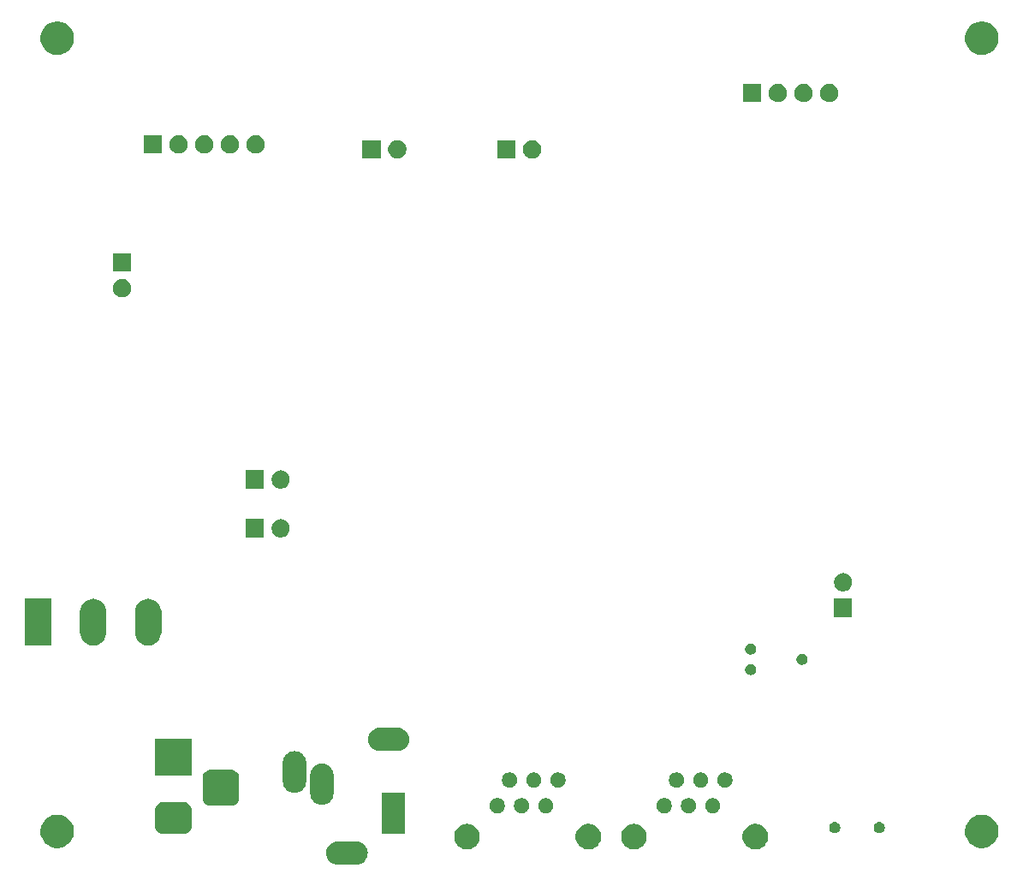
<source format=gbr>
G04 #@! TF.GenerationSoftware,KiCad,Pcbnew,(5.1.5-0-10_14)*
G04 #@! TF.CreationDate,2020-01-08T06:54:43+01:00*
G04 #@! TF.ProjectId,Bertha_main,42657274-6861-45f6-9d61-696e2e6b6963,rev?*
G04 #@! TF.SameCoordinates,Original*
G04 #@! TF.FileFunction,Soldermask,Bot*
G04 #@! TF.FilePolarity,Negative*
%FSLAX46Y46*%
G04 Gerber Fmt 4.6, Leading zero omitted, Abs format (unit mm)*
G04 Created by KiCad (PCBNEW (5.1.5-0-10_14)) date 2020-01-08 06:54:43*
%MOMM*%
%LPD*%
G04 APERTURE LIST*
%ADD10C,0.100000*%
G04 APERTURE END LIST*
D10*
G36*
X122961271Y-143476103D02*
G01*
X123017635Y-143481654D01*
X123234600Y-143547470D01*
X123234602Y-143547471D01*
X123434555Y-143654347D01*
X123609818Y-143798182D01*
X123753653Y-143973445D01*
X123860529Y-144173398D01*
X123926346Y-144390366D01*
X123948569Y-144616000D01*
X123926346Y-144841634D01*
X123860529Y-145058602D01*
X123753653Y-145258555D01*
X123609818Y-145433818D01*
X123434555Y-145577653D01*
X123234602Y-145684529D01*
X123234600Y-145684530D01*
X123017635Y-145750346D01*
X122961271Y-145755897D01*
X122848545Y-145767000D01*
X120935455Y-145767000D01*
X120822729Y-145755897D01*
X120766365Y-145750346D01*
X120549400Y-145684530D01*
X120549398Y-145684529D01*
X120349445Y-145577653D01*
X120174182Y-145433818D01*
X120030347Y-145258555D01*
X119923471Y-145058602D01*
X119857654Y-144841634D01*
X119835431Y-144616000D01*
X119857654Y-144390366D01*
X119923471Y-144173398D01*
X120030347Y-143973445D01*
X120174182Y-143798182D01*
X120349445Y-143654347D01*
X120549398Y-143547471D01*
X120549400Y-143547470D01*
X120766365Y-143481654D01*
X120822729Y-143476103D01*
X120935455Y-143465000D01*
X122848545Y-143465000D01*
X122961271Y-143476103D01*
G37*
G36*
X162503326Y-141780663D02*
G01*
X162624799Y-141804825D01*
X162853650Y-141899618D01*
X163059610Y-142037236D01*
X163234764Y-142212390D01*
X163372382Y-142418350D01*
X163467175Y-142647201D01*
X163515500Y-142890147D01*
X163515500Y-143137853D01*
X163467175Y-143380799D01*
X163372382Y-143609650D01*
X163234764Y-143815610D01*
X163059610Y-143990764D01*
X162853650Y-144128382D01*
X162624799Y-144223175D01*
X162503326Y-144247338D01*
X162381854Y-144271500D01*
X162134146Y-144271500D01*
X162012674Y-144247338D01*
X161891201Y-144223175D01*
X161662350Y-144128382D01*
X161456390Y-143990764D01*
X161281236Y-143815610D01*
X161143618Y-143609650D01*
X161048825Y-143380799D01*
X161000500Y-143137853D01*
X161000500Y-142890147D01*
X161048825Y-142647201D01*
X161143618Y-142418350D01*
X161281236Y-142212390D01*
X161456390Y-142037236D01*
X161662350Y-141899618D01*
X161891201Y-141804825D01*
X162012674Y-141780663D01*
X162134146Y-141756500D01*
X162381854Y-141756500D01*
X162503326Y-141780663D01*
G37*
G36*
X150503328Y-141780663D02*
G01*
X150624801Y-141804825D01*
X150853652Y-141899618D01*
X151059612Y-142037236D01*
X151234766Y-142212390D01*
X151372384Y-142418350D01*
X151467177Y-142647201D01*
X151515502Y-142890147D01*
X151515502Y-143137853D01*
X151467177Y-143380799D01*
X151372384Y-143609650D01*
X151234766Y-143815610D01*
X151059612Y-143990764D01*
X150853652Y-144128382D01*
X150624801Y-144223175D01*
X150503328Y-144247338D01*
X150381856Y-144271500D01*
X150134148Y-144271500D01*
X150012676Y-144247338D01*
X149891203Y-144223175D01*
X149662352Y-144128382D01*
X149456392Y-143990764D01*
X149281238Y-143815610D01*
X149143620Y-143609650D01*
X149048827Y-143380799D01*
X149000502Y-143137853D01*
X149000502Y-142890147D01*
X149048827Y-142647201D01*
X149143620Y-142418350D01*
X149281238Y-142212390D01*
X149456392Y-142037236D01*
X149662352Y-141899618D01*
X149891203Y-141804825D01*
X150012676Y-141780663D01*
X150134148Y-141756500D01*
X150381856Y-141756500D01*
X150503328Y-141780663D01*
G37*
G36*
X145993326Y-141780663D02*
G01*
X146114799Y-141804825D01*
X146343650Y-141899618D01*
X146549610Y-142037236D01*
X146724764Y-142212390D01*
X146862382Y-142418350D01*
X146957175Y-142647201D01*
X147005500Y-142890147D01*
X147005500Y-143137853D01*
X146957175Y-143380799D01*
X146862382Y-143609650D01*
X146724764Y-143815610D01*
X146549610Y-143990764D01*
X146343650Y-144128382D01*
X146114799Y-144223175D01*
X145993326Y-144247338D01*
X145871854Y-144271500D01*
X145624146Y-144271500D01*
X145502674Y-144247338D01*
X145381201Y-144223175D01*
X145152350Y-144128382D01*
X144946390Y-143990764D01*
X144771236Y-143815610D01*
X144633618Y-143609650D01*
X144538825Y-143380799D01*
X144490500Y-143137853D01*
X144490500Y-142890147D01*
X144538825Y-142647201D01*
X144633618Y-142418350D01*
X144771236Y-142212390D01*
X144946390Y-142037236D01*
X145152350Y-141899618D01*
X145381201Y-141804825D01*
X145502674Y-141780663D01*
X145624146Y-141756500D01*
X145871854Y-141756500D01*
X145993326Y-141780663D01*
G37*
G36*
X133993328Y-141780663D02*
G01*
X134114801Y-141804825D01*
X134343652Y-141899618D01*
X134549612Y-142037236D01*
X134724766Y-142212390D01*
X134862384Y-142418350D01*
X134957177Y-142647201D01*
X135005502Y-142890147D01*
X135005502Y-143137853D01*
X134957177Y-143380799D01*
X134862384Y-143609650D01*
X134724766Y-143815610D01*
X134549612Y-143990764D01*
X134343652Y-144128382D01*
X134114801Y-144223175D01*
X133993328Y-144247338D01*
X133871856Y-144271500D01*
X133624148Y-144271500D01*
X133502676Y-144247338D01*
X133381203Y-144223175D01*
X133152352Y-144128382D01*
X132946392Y-143990764D01*
X132771238Y-143815610D01*
X132633620Y-143609650D01*
X132538827Y-143380799D01*
X132490502Y-143137853D01*
X132490502Y-142890147D01*
X132538827Y-142647201D01*
X132633620Y-142418350D01*
X132771238Y-142212390D01*
X132946392Y-142037236D01*
X133152352Y-141899618D01*
X133381203Y-141804825D01*
X133502676Y-141780663D01*
X133624148Y-141756500D01*
X133871856Y-141756500D01*
X133993328Y-141780663D01*
G37*
G36*
X185033256Y-140885298D02*
G01*
X185139579Y-140906447D01*
X185440042Y-141030903D01*
X185710451Y-141211585D01*
X185940415Y-141441549D01*
X186121097Y-141711958D01*
X186245553Y-142012421D01*
X186265120Y-142110793D01*
X186309000Y-142331389D01*
X186309000Y-142656611D01*
X186296371Y-142720099D01*
X186245553Y-142975579D01*
X186121097Y-143276042D01*
X185940415Y-143546451D01*
X185710451Y-143776415D01*
X185440042Y-143957097D01*
X185440041Y-143957098D01*
X185440040Y-143957098D01*
X185358763Y-143990764D01*
X185139579Y-144081553D01*
X185033256Y-144102702D01*
X184820611Y-144145000D01*
X184495389Y-144145000D01*
X184282744Y-144102702D01*
X184176421Y-144081553D01*
X183957237Y-143990764D01*
X183875960Y-143957098D01*
X183875959Y-143957098D01*
X183875958Y-143957097D01*
X183605549Y-143776415D01*
X183375585Y-143546451D01*
X183194903Y-143276042D01*
X183070447Y-142975579D01*
X183019629Y-142720099D01*
X183007000Y-142656611D01*
X183007000Y-142331389D01*
X183050880Y-142110793D01*
X183070447Y-142012421D01*
X183194903Y-141711958D01*
X183375585Y-141441549D01*
X183605549Y-141211585D01*
X183875958Y-141030903D01*
X184176421Y-140906447D01*
X184282744Y-140885298D01*
X184495389Y-140843000D01*
X184820611Y-140843000D01*
X185033256Y-140885298D01*
G37*
G36*
X93593256Y-140885298D02*
G01*
X93699579Y-140906447D01*
X94000042Y-141030903D01*
X94270451Y-141211585D01*
X94500415Y-141441549D01*
X94681097Y-141711958D01*
X94805553Y-142012421D01*
X94825120Y-142110793D01*
X94869000Y-142331389D01*
X94869000Y-142656611D01*
X94856371Y-142720099D01*
X94805553Y-142975579D01*
X94681097Y-143276042D01*
X94500415Y-143546451D01*
X94270451Y-143776415D01*
X94000042Y-143957097D01*
X94000041Y-143957098D01*
X94000040Y-143957098D01*
X93918763Y-143990764D01*
X93699579Y-144081553D01*
X93593256Y-144102702D01*
X93380611Y-144145000D01*
X93055389Y-144145000D01*
X92842744Y-144102702D01*
X92736421Y-144081553D01*
X92517237Y-143990764D01*
X92435960Y-143957098D01*
X92435959Y-143957098D01*
X92435958Y-143957097D01*
X92165549Y-143776415D01*
X91935585Y-143546451D01*
X91754903Y-143276042D01*
X91630447Y-142975579D01*
X91579629Y-142720099D01*
X91567000Y-142656611D01*
X91567000Y-142331389D01*
X91610880Y-142110793D01*
X91630447Y-142012421D01*
X91754903Y-141711958D01*
X91935585Y-141441549D01*
X92165549Y-141211585D01*
X92435958Y-141030903D01*
X92736421Y-140906447D01*
X92842744Y-140885298D01*
X93055389Y-140843000D01*
X93380611Y-140843000D01*
X93593256Y-140885298D01*
G37*
G36*
X127643000Y-142767000D02*
G01*
X125341000Y-142767000D01*
X125341000Y-138665000D01*
X127643000Y-138665000D01*
X127643000Y-142767000D01*
G37*
G36*
X105932979Y-139647293D02*
G01*
X106066625Y-139687834D01*
X106189784Y-139753664D01*
X106297740Y-139842260D01*
X106386336Y-139950216D01*
X106452166Y-140073375D01*
X106492707Y-140207021D01*
X106507000Y-140352140D01*
X106507000Y-142015860D01*
X106492707Y-142160979D01*
X106452166Y-142294625D01*
X106386336Y-142417784D01*
X106297740Y-142525740D01*
X106189784Y-142614336D01*
X106066625Y-142680166D01*
X105932979Y-142720707D01*
X105787860Y-142735000D01*
X103624140Y-142735000D01*
X103479021Y-142720707D01*
X103345375Y-142680166D01*
X103222216Y-142614336D01*
X103114260Y-142525740D01*
X103025664Y-142417784D01*
X102959834Y-142294625D01*
X102919293Y-142160979D01*
X102905000Y-142015860D01*
X102905000Y-140352140D01*
X102919293Y-140207021D01*
X102959834Y-140073375D01*
X103025664Y-139950216D01*
X103114260Y-139842260D01*
X103222216Y-139753664D01*
X103345375Y-139687834D01*
X103479021Y-139647293D01*
X103624140Y-139633000D01*
X105787860Y-139633000D01*
X105932979Y-139647293D01*
G37*
G36*
X170278721Y-141584174D02*
G01*
X170378995Y-141625709D01*
X170378996Y-141625710D01*
X170469242Y-141686010D01*
X170545990Y-141762758D01*
X170545991Y-141762760D01*
X170606291Y-141853005D01*
X170647826Y-141953279D01*
X170669000Y-142059730D01*
X170669000Y-142168270D01*
X170647826Y-142274721D01*
X170606291Y-142374995D01*
X170606290Y-142374996D01*
X170545990Y-142465242D01*
X170469242Y-142541990D01*
X170423812Y-142572345D01*
X170378995Y-142602291D01*
X170278721Y-142643826D01*
X170172270Y-142665000D01*
X170063730Y-142665000D01*
X169957279Y-142643826D01*
X169857005Y-142602291D01*
X169812188Y-142572345D01*
X169766758Y-142541990D01*
X169690010Y-142465242D01*
X169629710Y-142374996D01*
X169629709Y-142374995D01*
X169588174Y-142274721D01*
X169567000Y-142168270D01*
X169567000Y-142059730D01*
X169588174Y-141953279D01*
X169629709Y-141853005D01*
X169690009Y-141762760D01*
X169690010Y-141762758D01*
X169766758Y-141686010D01*
X169857004Y-141625710D01*
X169857005Y-141625709D01*
X169957279Y-141584174D01*
X170063730Y-141563000D01*
X170172270Y-141563000D01*
X170278721Y-141584174D01*
G37*
G36*
X174678721Y-141584174D02*
G01*
X174778995Y-141625709D01*
X174778996Y-141625710D01*
X174869242Y-141686010D01*
X174945990Y-141762758D01*
X174945991Y-141762760D01*
X175006291Y-141853005D01*
X175047826Y-141953279D01*
X175069000Y-142059730D01*
X175069000Y-142168270D01*
X175047826Y-142274721D01*
X175006291Y-142374995D01*
X175006290Y-142374996D01*
X174945990Y-142465242D01*
X174869242Y-142541990D01*
X174823812Y-142572345D01*
X174778995Y-142602291D01*
X174678721Y-142643826D01*
X174572270Y-142665000D01*
X174463730Y-142665000D01*
X174357279Y-142643826D01*
X174257005Y-142602291D01*
X174212188Y-142572345D01*
X174166758Y-142541990D01*
X174090010Y-142465242D01*
X174029710Y-142374996D01*
X174029709Y-142374995D01*
X173988174Y-142274721D01*
X173967000Y-142168270D01*
X173967000Y-142059730D01*
X173988174Y-141953279D01*
X174029709Y-141853005D01*
X174090009Y-141762760D01*
X174090010Y-141762758D01*
X174166758Y-141686010D01*
X174257004Y-141625710D01*
X174257005Y-141625709D01*
X174357279Y-141584174D01*
X174463730Y-141563000D01*
X174572270Y-141563000D01*
X174678721Y-141584174D01*
G37*
G36*
X155752425Y-139208599D02*
G01*
X155876621Y-139233302D01*
X156013022Y-139289801D01*
X156135779Y-139371825D01*
X156240175Y-139476221D01*
X156322199Y-139598978D01*
X156378698Y-139735379D01*
X156407500Y-139880181D01*
X156407500Y-140027819D01*
X156378698Y-140172621D01*
X156322199Y-140309022D01*
X156240175Y-140431779D01*
X156135779Y-140536175D01*
X156013022Y-140618199D01*
X155876621Y-140674698D01*
X155752425Y-140699401D01*
X155731820Y-140703500D01*
X155584180Y-140703500D01*
X155563575Y-140699401D01*
X155439379Y-140674698D01*
X155302978Y-140618199D01*
X155180221Y-140536175D01*
X155075825Y-140431779D01*
X154993801Y-140309022D01*
X154937302Y-140172621D01*
X154908500Y-140027819D01*
X154908500Y-139880181D01*
X154937302Y-139735379D01*
X154993801Y-139598978D01*
X155075825Y-139476221D01*
X155180221Y-139371825D01*
X155302978Y-139289801D01*
X155439379Y-139233302D01*
X155563575Y-139208599D01*
X155584180Y-139204500D01*
X155731820Y-139204500D01*
X155752425Y-139208599D01*
G37*
G36*
X158152425Y-139208599D02*
G01*
X158276621Y-139233302D01*
X158413022Y-139289801D01*
X158535779Y-139371825D01*
X158640175Y-139476221D01*
X158722199Y-139598978D01*
X158778698Y-139735379D01*
X158807500Y-139880181D01*
X158807500Y-140027819D01*
X158778698Y-140172621D01*
X158722199Y-140309022D01*
X158640175Y-140431779D01*
X158535779Y-140536175D01*
X158413022Y-140618199D01*
X158276621Y-140674698D01*
X158152425Y-140699401D01*
X158131820Y-140703500D01*
X157984180Y-140703500D01*
X157963575Y-140699401D01*
X157839379Y-140674698D01*
X157702978Y-140618199D01*
X157580221Y-140536175D01*
X157475825Y-140431779D01*
X157393801Y-140309022D01*
X157337302Y-140172621D01*
X157308500Y-140027819D01*
X157308500Y-139880181D01*
X157337302Y-139735379D01*
X157393801Y-139598978D01*
X157475825Y-139476221D01*
X157580221Y-139371825D01*
X157702978Y-139289801D01*
X157839379Y-139233302D01*
X157963575Y-139208599D01*
X157984180Y-139204500D01*
X158131820Y-139204500D01*
X158152425Y-139208599D01*
G37*
G36*
X141642425Y-139208599D02*
G01*
X141766621Y-139233302D01*
X141903022Y-139289801D01*
X142025779Y-139371825D01*
X142130175Y-139476221D01*
X142212199Y-139598978D01*
X142268698Y-139735379D01*
X142297500Y-139880181D01*
X142297500Y-140027819D01*
X142268698Y-140172621D01*
X142212199Y-140309022D01*
X142130175Y-140431779D01*
X142025779Y-140536175D01*
X141903022Y-140618199D01*
X141766621Y-140674698D01*
X141642425Y-140699401D01*
X141621820Y-140703500D01*
X141474180Y-140703500D01*
X141453575Y-140699401D01*
X141329379Y-140674698D01*
X141192978Y-140618199D01*
X141070221Y-140536175D01*
X140965825Y-140431779D01*
X140883801Y-140309022D01*
X140827302Y-140172621D01*
X140798500Y-140027819D01*
X140798500Y-139880181D01*
X140827302Y-139735379D01*
X140883801Y-139598978D01*
X140965825Y-139476221D01*
X141070221Y-139371825D01*
X141192978Y-139289801D01*
X141329379Y-139233302D01*
X141453575Y-139208599D01*
X141474180Y-139204500D01*
X141621820Y-139204500D01*
X141642425Y-139208599D01*
G37*
G36*
X139242425Y-139208599D02*
G01*
X139366621Y-139233302D01*
X139503022Y-139289801D01*
X139625779Y-139371825D01*
X139730175Y-139476221D01*
X139812199Y-139598978D01*
X139868698Y-139735379D01*
X139897500Y-139880181D01*
X139897500Y-140027819D01*
X139868698Y-140172621D01*
X139812199Y-140309022D01*
X139730175Y-140431779D01*
X139625779Y-140536175D01*
X139503022Y-140618199D01*
X139366621Y-140674698D01*
X139242425Y-140699401D01*
X139221820Y-140703500D01*
X139074180Y-140703500D01*
X139053575Y-140699401D01*
X138929379Y-140674698D01*
X138792978Y-140618199D01*
X138670221Y-140536175D01*
X138565825Y-140431779D01*
X138483801Y-140309022D01*
X138427302Y-140172621D01*
X138398500Y-140027819D01*
X138398500Y-139880181D01*
X138427302Y-139735379D01*
X138483801Y-139598978D01*
X138565825Y-139476221D01*
X138670221Y-139371825D01*
X138792978Y-139289801D01*
X138929379Y-139233302D01*
X139053575Y-139208599D01*
X139074180Y-139204500D01*
X139221820Y-139204500D01*
X139242425Y-139208599D01*
G37*
G36*
X136842424Y-139208599D02*
G01*
X136966620Y-139233302D01*
X137103021Y-139289801D01*
X137225778Y-139371825D01*
X137330174Y-139476221D01*
X137412198Y-139598978D01*
X137468697Y-139735379D01*
X137497499Y-139880181D01*
X137497499Y-140027819D01*
X137468697Y-140172621D01*
X137412198Y-140309022D01*
X137330174Y-140431779D01*
X137225778Y-140536175D01*
X137103021Y-140618199D01*
X136966620Y-140674698D01*
X136842424Y-140699401D01*
X136821819Y-140703500D01*
X136674179Y-140703500D01*
X136653574Y-140699401D01*
X136529378Y-140674698D01*
X136392977Y-140618199D01*
X136270220Y-140536175D01*
X136165824Y-140431779D01*
X136083800Y-140309022D01*
X136027301Y-140172621D01*
X135998499Y-140027819D01*
X135998499Y-139880181D01*
X136027301Y-139735379D01*
X136083800Y-139598978D01*
X136165824Y-139476221D01*
X136270220Y-139371825D01*
X136392977Y-139289801D01*
X136529378Y-139233302D01*
X136653574Y-139208599D01*
X136674179Y-139204500D01*
X136821819Y-139204500D01*
X136842424Y-139208599D01*
G37*
G36*
X153352424Y-139208599D02*
G01*
X153476620Y-139233302D01*
X153613021Y-139289801D01*
X153735778Y-139371825D01*
X153840174Y-139476221D01*
X153922198Y-139598978D01*
X153978697Y-139735379D01*
X154007499Y-139880181D01*
X154007499Y-140027819D01*
X153978697Y-140172621D01*
X153922198Y-140309022D01*
X153840174Y-140431779D01*
X153735778Y-140536175D01*
X153613021Y-140618199D01*
X153476620Y-140674698D01*
X153352424Y-140699401D01*
X153331819Y-140703500D01*
X153184179Y-140703500D01*
X153163574Y-140699401D01*
X153039378Y-140674698D01*
X152902977Y-140618199D01*
X152780220Y-140536175D01*
X152675824Y-140431779D01*
X152593800Y-140309022D01*
X152537301Y-140172621D01*
X152508499Y-140027819D01*
X152508499Y-139880181D01*
X152537301Y-139735379D01*
X152593800Y-139598978D01*
X152675824Y-139476221D01*
X152780220Y-139371825D01*
X152902977Y-139289801D01*
X153039378Y-139233302D01*
X153163574Y-139208599D01*
X153184179Y-139204500D01*
X153331819Y-139204500D01*
X153352424Y-139208599D01*
G37*
G36*
X110532366Y-136399695D02*
G01*
X110689460Y-136447349D01*
X110834231Y-136524731D01*
X110961128Y-136628872D01*
X111065269Y-136755769D01*
X111142651Y-136900540D01*
X111190305Y-137057634D01*
X111207000Y-137227140D01*
X111207000Y-139140860D01*
X111190305Y-139310366D01*
X111142651Y-139467460D01*
X111065269Y-139612231D01*
X110961128Y-139739128D01*
X110834231Y-139843269D01*
X110689460Y-139920651D01*
X110532366Y-139968305D01*
X110362860Y-139985000D01*
X108449140Y-139985000D01*
X108279634Y-139968305D01*
X108122540Y-139920651D01*
X107977769Y-139843269D01*
X107850872Y-139739128D01*
X107746731Y-139612231D01*
X107669349Y-139467460D01*
X107621695Y-139310366D01*
X107605000Y-139140860D01*
X107605000Y-137227140D01*
X107621695Y-137057634D01*
X107669349Y-136900540D01*
X107746731Y-136755769D01*
X107850872Y-136628872D01*
X107977769Y-136524731D01*
X108122540Y-136447349D01*
X108279634Y-136399695D01*
X108449140Y-136383000D01*
X110362860Y-136383000D01*
X110532366Y-136399695D01*
G37*
G36*
X119617634Y-135781654D02*
G01*
X119834599Y-135847470D01*
X119834601Y-135847471D01*
X120034553Y-135954347D01*
X120034555Y-135954348D01*
X120034554Y-135954348D01*
X120209818Y-136098182D01*
X120274652Y-136177183D01*
X120353653Y-136273445D01*
X120460529Y-136473398D01*
X120526346Y-136690366D01*
X120543000Y-136859455D01*
X120543000Y-138772545D01*
X120526346Y-138941634D01*
X120460529Y-139158602D01*
X120353653Y-139358555D01*
X120209818Y-139533818D01*
X120034555Y-139677653D01*
X119873580Y-139763695D01*
X119834600Y-139784530D01*
X119617635Y-139850346D01*
X119392000Y-139872569D01*
X119166366Y-139850346D01*
X118949401Y-139784530D01*
X118910421Y-139763695D01*
X118749446Y-139677653D01*
X118574183Y-139533818D01*
X118430348Y-139358555D01*
X118323472Y-139158602D01*
X118257655Y-138941634D01*
X118241000Y-138772544D01*
X118241000Y-136859456D01*
X118257654Y-136690367D01*
X118257654Y-136690366D01*
X118323470Y-136473401D01*
X118337395Y-136447349D01*
X118430347Y-136273447D01*
X118452219Y-136246796D01*
X118574182Y-136098182D01*
X118653183Y-136033348D01*
X118749445Y-135954347D01*
X118949398Y-135847471D01*
X118949400Y-135847470D01*
X119166365Y-135781654D01*
X119392000Y-135759431D01*
X119617634Y-135781654D01*
G37*
G36*
X116917634Y-134581654D02*
G01*
X117134599Y-134647470D01*
X117134601Y-134647471D01*
X117334553Y-134754347D01*
X117334555Y-134754348D01*
X117334554Y-134754348D01*
X117509818Y-134898182D01*
X117574652Y-134977183D01*
X117653653Y-135073445D01*
X117760529Y-135273398D01*
X117826346Y-135490366D01*
X117843000Y-135659455D01*
X117843000Y-137572545D01*
X117826346Y-137741634D01*
X117760529Y-137958602D01*
X117653653Y-138158555D01*
X117509818Y-138333818D01*
X117334555Y-138477653D01*
X117134602Y-138584529D01*
X117134600Y-138584530D01*
X116917635Y-138650346D01*
X116692000Y-138672569D01*
X116466366Y-138650346D01*
X116249401Y-138584530D01*
X116249399Y-138584529D01*
X116049446Y-138477653D01*
X115874183Y-138333818D01*
X115730348Y-138158555D01*
X115623472Y-137958602D01*
X115557655Y-137741634D01*
X115541000Y-137572544D01*
X115541000Y-135659456D01*
X115557654Y-135490367D01*
X115557654Y-135490366D01*
X115623470Y-135273401D01*
X115730348Y-135073446D01*
X115874182Y-134898182D01*
X115953183Y-134833348D01*
X116049445Y-134754347D01*
X116249398Y-134647471D01*
X116249400Y-134647470D01*
X116466365Y-134581654D01*
X116692000Y-134559431D01*
X116917634Y-134581654D01*
G37*
G36*
X156952425Y-136668599D02*
G01*
X157076621Y-136693302D01*
X157213022Y-136749801D01*
X157335779Y-136831825D01*
X157440175Y-136936221D01*
X157522199Y-137058978D01*
X157578698Y-137195379D01*
X157607500Y-137340181D01*
X157607500Y-137487819D01*
X157578698Y-137632621D01*
X157522199Y-137769022D01*
X157440175Y-137891779D01*
X157335779Y-137996175D01*
X157213022Y-138078199D01*
X157076621Y-138134698D01*
X156956680Y-138158555D01*
X156931820Y-138163500D01*
X156784180Y-138163500D01*
X156759320Y-138158555D01*
X156639379Y-138134698D01*
X156502978Y-138078199D01*
X156380221Y-137996175D01*
X156275825Y-137891779D01*
X156193801Y-137769022D01*
X156137302Y-137632621D01*
X156108500Y-137487819D01*
X156108500Y-137340181D01*
X156137302Y-137195379D01*
X156193801Y-137058978D01*
X156275825Y-136936221D01*
X156380221Y-136831825D01*
X156502978Y-136749801D01*
X156639379Y-136693302D01*
X156763575Y-136668599D01*
X156784180Y-136664500D01*
X156931820Y-136664500D01*
X156952425Y-136668599D01*
G37*
G36*
X159352425Y-136668599D02*
G01*
X159476621Y-136693302D01*
X159613022Y-136749801D01*
X159735779Y-136831825D01*
X159840175Y-136936221D01*
X159922199Y-137058978D01*
X159978698Y-137195379D01*
X160007500Y-137340181D01*
X160007500Y-137487819D01*
X159978698Y-137632621D01*
X159922199Y-137769022D01*
X159840175Y-137891779D01*
X159735779Y-137996175D01*
X159613022Y-138078199D01*
X159476621Y-138134698D01*
X159356680Y-138158555D01*
X159331820Y-138163500D01*
X159184180Y-138163500D01*
X159159320Y-138158555D01*
X159039379Y-138134698D01*
X158902978Y-138078199D01*
X158780221Y-137996175D01*
X158675825Y-137891779D01*
X158593801Y-137769022D01*
X158537302Y-137632621D01*
X158508500Y-137487819D01*
X158508500Y-137340181D01*
X158537302Y-137195379D01*
X158593801Y-137058978D01*
X158675825Y-136936221D01*
X158780221Y-136831825D01*
X158902978Y-136749801D01*
X159039379Y-136693302D01*
X159163575Y-136668599D01*
X159184180Y-136664500D01*
X159331820Y-136664500D01*
X159352425Y-136668599D01*
G37*
G36*
X154552424Y-136668599D02*
G01*
X154676620Y-136693302D01*
X154813021Y-136749801D01*
X154935778Y-136831825D01*
X155040174Y-136936221D01*
X155122198Y-137058978D01*
X155178697Y-137195379D01*
X155207499Y-137340181D01*
X155207499Y-137487819D01*
X155178697Y-137632621D01*
X155122198Y-137769022D01*
X155040174Y-137891779D01*
X154935778Y-137996175D01*
X154813021Y-138078199D01*
X154676620Y-138134698D01*
X154556679Y-138158555D01*
X154531819Y-138163500D01*
X154384179Y-138163500D01*
X154359319Y-138158555D01*
X154239378Y-138134698D01*
X154102977Y-138078199D01*
X153980220Y-137996175D01*
X153875824Y-137891779D01*
X153793800Y-137769022D01*
X153737301Y-137632621D01*
X153708499Y-137487819D01*
X153708499Y-137340181D01*
X153737301Y-137195379D01*
X153793800Y-137058978D01*
X153875824Y-136936221D01*
X153980220Y-136831825D01*
X154102977Y-136749801D01*
X154239378Y-136693302D01*
X154363574Y-136668599D01*
X154384179Y-136664500D01*
X154531819Y-136664500D01*
X154552424Y-136668599D01*
G37*
G36*
X138042424Y-136668599D02*
G01*
X138166620Y-136693302D01*
X138303021Y-136749801D01*
X138425778Y-136831825D01*
X138530174Y-136936221D01*
X138612198Y-137058978D01*
X138668697Y-137195379D01*
X138697499Y-137340181D01*
X138697499Y-137487819D01*
X138668697Y-137632621D01*
X138612198Y-137769022D01*
X138530174Y-137891779D01*
X138425778Y-137996175D01*
X138303021Y-138078199D01*
X138166620Y-138134698D01*
X138046679Y-138158555D01*
X138021819Y-138163500D01*
X137874179Y-138163500D01*
X137849319Y-138158555D01*
X137729378Y-138134698D01*
X137592977Y-138078199D01*
X137470220Y-137996175D01*
X137365824Y-137891779D01*
X137283800Y-137769022D01*
X137227301Y-137632621D01*
X137198499Y-137487819D01*
X137198499Y-137340181D01*
X137227301Y-137195379D01*
X137283800Y-137058978D01*
X137365824Y-136936221D01*
X137470220Y-136831825D01*
X137592977Y-136749801D01*
X137729378Y-136693302D01*
X137853574Y-136668599D01*
X137874179Y-136664500D01*
X138021819Y-136664500D01*
X138042424Y-136668599D01*
G37*
G36*
X140442425Y-136668599D02*
G01*
X140566621Y-136693302D01*
X140703022Y-136749801D01*
X140825779Y-136831825D01*
X140930175Y-136936221D01*
X141012199Y-137058978D01*
X141068698Y-137195379D01*
X141097500Y-137340181D01*
X141097500Y-137487819D01*
X141068698Y-137632621D01*
X141012199Y-137769022D01*
X140930175Y-137891779D01*
X140825779Y-137996175D01*
X140703022Y-138078199D01*
X140566621Y-138134698D01*
X140446680Y-138158555D01*
X140421820Y-138163500D01*
X140274180Y-138163500D01*
X140249320Y-138158555D01*
X140129379Y-138134698D01*
X139992978Y-138078199D01*
X139870221Y-137996175D01*
X139765825Y-137891779D01*
X139683801Y-137769022D01*
X139627302Y-137632621D01*
X139598500Y-137487819D01*
X139598500Y-137340181D01*
X139627302Y-137195379D01*
X139683801Y-137058978D01*
X139765825Y-136936221D01*
X139870221Y-136831825D01*
X139992978Y-136749801D01*
X140129379Y-136693302D01*
X140253575Y-136668599D01*
X140274180Y-136664500D01*
X140421820Y-136664500D01*
X140442425Y-136668599D01*
G37*
G36*
X142842425Y-136668599D02*
G01*
X142966621Y-136693302D01*
X143103022Y-136749801D01*
X143225779Y-136831825D01*
X143330175Y-136936221D01*
X143412199Y-137058978D01*
X143468698Y-137195379D01*
X143497500Y-137340181D01*
X143497500Y-137487819D01*
X143468698Y-137632621D01*
X143412199Y-137769022D01*
X143330175Y-137891779D01*
X143225779Y-137996175D01*
X143103022Y-138078199D01*
X142966621Y-138134698D01*
X142846680Y-138158555D01*
X142821820Y-138163500D01*
X142674180Y-138163500D01*
X142649320Y-138158555D01*
X142529379Y-138134698D01*
X142392978Y-138078199D01*
X142270221Y-137996175D01*
X142165825Y-137891779D01*
X142083801Y-137769022D01*
X142027302Y-137632621D01*
X141998500Y-137487819D01*
X141998500Y-137340181D01*
X142027302Y-137195379D01*
X142083801Y-137058978D01*
X142165825Y-136936221D01*
X142270221Y-136831825D01*
X142392978Y-136749801D01*
X142529379Y-136693302D01*
X142653575Y-136668599D01*
X142674180Y-136664500D01*
X142821820Y-136664500D01*
X142842425Y-136668599D01*
G37*
G36*
X106507000Y-136985000D02*
G01*
X102905000Y-136985000D01*
X102905000Y-133383000D01*
X106507000Y-133383000D01*
X106507000Y-136985000D01*
G37*
G36*
X127061271Y-132276103D02*
G01*
X127117635Y-132281654D01*
X127334600Y-132347470D01*
X127334602Y-132347471D01*
X127534555Y-132454347D01*
X127709818Y-132598182D01*
X127853653Y-132773445D01*
X127960529Y-132973398D01*
X128026346Y-133190366D01*
X128048569Y-133416000D01*
X128026346Y-133641634D01*
X127960529Y-133858602D01*
X127853653Y-134058555D01*
X127709818Y-134233818D01*
X127534555Y-134377653D01*
X127334602Y-134484529D01*
X127334600Y-134484530D01*
X127117635Y-134550346D01*
X127061271Y-134555897D01*
X126948545Y-134567000D01*
X125035455Y-134567000D01*
X124922729Y-134555897D01*
X124866365Y-134550346D01*
X124649400Y-134484530D01*
X124649398Y-134484529D01*
X124449445Y-134377653D01*
X124274182Y-134233818D01*
X124130347Y-134058555D01*
X124023471Y-133858602D01*
X123957654Y-133641634D01*
X123935431Y-133416000D01*
X123957654Y-133190366D01*
X124023471Y-132973398D01*
X124130347Y-132773445D01*
X124274182Y-132598182D01*
X124449445Y-132454347D01*
X124649398Y-132347471D01*
X124649400Y-132347470D01*
X124866365Y-132281654D01*
X124922729Y-132276103D01*
X125035455Y-132265000D01*
X126948545Y-132265000D01*
X127061271Y-132276103D01*
G37*
G36*
X161904578Y-125956197D02*
G01*
X161957350Y-125966694D01*
X162056770Y-126007875D01*
X162146246Y-126067661D01*
X162222339Y-126143754D01*
X162282125Y-126233230D01*
X162323306Y-126332650D01*
X162344300Y-126438194D01*
X162344300Y-126545806D01*
X162323306Y-126651350D01*
X162282125Y-126750770D01*
X162222339Y-126840246D01*
X162146246Y-126916339D01*
X162056770Y-126976125D01*
X161957350Y-127017306D01*
X161904578Y-127027803D01*
X161851807Y-127038300D01*
X161744193Y-127038300D01*
X161691422Y-127027803D01*
X161638650Y-127017306D01*
X161539230Y-126976125D01*
X161449754Y-126916339D01*
X161373661Y-126840246D01*
X161313875Y-126750770D01*
X161272694Y-126651350D01*
X161251700Y-126545806D01*
X161251700Y-126438194D01*
X161272694Y-126332650D01*
X161313875Y-126233230D01*
X161373661Y-126143754D01*
X161449754Y-126067661D01*
X161539230Y-126007875D01*
X161638650Y-125966694D01*
X161691422Y-125956197D01*
X161744193Y-125945700D01*
X161851807Y-125945700D01*
X161904578Y-125956197D01*
G37*
G36*
X166984578Y-124940197D02*
G01*
X167037350Y-124950694D01*
X167136770Y-124991875D01*
X167226246Y-125051661D01*
X167302339Y-125127754D01*
X167362125Y-125217230D01*
X167403306Y-125316650D01*
X167424300Y-125422194D01*
X167424300Y-125529806D01*
X167403306Y-125635350D01*
X167362125Y-125734770D01*
X167302339Y-125824246D01*
X167226246Y-125900339D01*
X167136770Y-125960125D01*
X167037350Y-126001306D01*
X167004325Y-126007875D01*
X166931807Y-126022300D01*
X166824193Y-126022300D01*
X166751675Y-126007875D01*
X166718650Y-126001306D01*
X166619230Y-125960125D01*
X166529754Y-125900339D01*
X166453661Y-125824246D01*
X166393875Y-125734770D01*
X166352694Y-125635350D01*
X166331700Y-125529806D01*
X166331700Y-125422194D01*
X166352694Y-125316650D01*
X166393875Y-125217230D01*
X166453661Y-125127754D01*
X166529754Y-125051661D01*
X166619230Y-124991875D01*
X166718650Y-124950694D01*
X166771422Y-124940197D01*
X166824193Y-124929700D01*
X166931807Y-124929700D01*
X166984578Y-124940197D01*
G37*
G36*
X161904578Y-123924197D02*
G01*
X161957350Y-123934694D01*
X162056770Y-123975875D01*
X162146246Y-124035661D01*
X162222339Y-124111754D01*
X162282125Y-124201230D01*
X162323306Y-124300650D01*
X162344300Y-124406194D01*
X162344300Y-124513806D01*
X162323306Y-124619350D01*
X162282125Y-124718770D01*
X162222339Y-124808246D01*
X162146246Y-124884339D01*
X162056770Y-124944125D01*
X161957350Y-124985306D01*
X161924325Y-124991875D01*
X161851807Y-125006300D01*
X161744193Y-125006300D01*
X161671675Y-124991875D01*
X161638650Y-124985306D01*
X161539230Y-124944125D01*
X161449754Y-124884339D01*
X161373661Y-124808246D01*
X161313875Y-124718770D01*
X161272694Y-124619350D01*
X161251700Y-124513806D01*
X161251700Y-124406194D01*
X161272694Y-124300650D01*
X161313875Y-124201230D01*
X161373661Y-124111754D01*
X161449754Y-124035661D01*
X161539230Y-123975875D01*
X161638650Y-123934694D01*
X161691422Y-123924197D01*
X161744193Y-123913700D01*
X161851807Y-123913700D01*
X161904578Y-123924197D01*
G37*
G36*
X102479039Y-119510825D02*
G01*
X102724279Y-119585218D01*
X102950293Y-119706025D01*
X103148396Y-119868604D01*
X103310975Y-120066706D01*
X103431782Y-120292720D01*
X103506175Y-120537960D01*
X103525000Y-120729095D01*
X103525000Y-122856905D01*
X103506175Y-123048040D01*
X103431782Y-123293280D01*
X103310975Y-123519294D01*
X103268624Y-123570899D01*
X103148397Y-123717397D01*
X103001899Y-123837624D01*
X102950294Y-123879975D01*
X102724280Y-124000782D01*
X102479040Y-124075175D01*
X102224000Y-124100294D01*
X101968961Y-124075175D01*
X101723721Y-124000782D01*
X101497707Y-123879975D01*
X101446102Y-123837624D01*
X101299604Y-123717397D01*
X101179377Y-123570899D01*
X101137026Y-123519294D01*
X101016219Y-123293280D01*
X100941826Y-123048040D01*
X100923001Y-122856905D01*
X100923000Y-120729096D01*
X100941825Y-120537961D01*
X101016218Y-120292721D01*
X101137025Y-120066707D01*
X101299604Y-119868604D01*
X101497706Y-119706025D01*
X101497705Y-119706025D01*
X101497707Y-119706024D01*
X101723718Y-119585219D01*
X101723720Y-119585218D01*
X101968960Y-119510825D01*
X102224000Y-119485706D01*
X102479039Y-119510825D01*
G37*
G36*
X97029039Y-119510825D02*
G01*
X97274279Y-119585218D01*
X97500293Y-119706025D01*
X97698396Y-119868604D01*
X97860975Y-120066706D01*
X97981782Y-120292720D01*
X98056175Y-120537960D01*
X98075000Y-120729095D01*
X98075000Y-122856905D01*
X98056175Y-123048040D01*
X97981782Y-123293280D01*
X97860975Y-123519294D01*
X97818624Y-123570899D01*
X97698397Y-123717397D01*
X97551899Y-123837624D01*
X97500294Y-123879975D01*
X97274280Y-124000782D01*
X97029040Y-124075175D01*
X96774000Y-124100294D01*
X96518961Y-124075175D01*
X96273721Y-124000782D01*
X96047707Y-123879975D01*
X95996102Y-123837624D01*
X95849604Y-123717397D01*
X95729377Y-123570899D01*
X95687026Y-123519294D01*
X95566219Y-123293280D01*
X95491826Y-123048040D01*
X95473001Y-122856905D01*
X95473000Y-120729096D01*
X95491825Y-120537961D01*
X95566218Y-120292721D01*
X95687025Y-120066707D01*
X95849604Y-119868604D01*
X96047706Y-119706025D01*
X96047705Y-119706025D01*
X96047707Y-119706024D01*
X96273718Y-119585219D01*
X96273720Y-119585218D01*
X96518960Y-119510825D01*
X96774000Y-119485706D01*
X97029039Y-119510825D01*
G37*
G36*
X92625000Y-124094000D02*
G01*
X90023000Y-124094000D01*
X90023000Y-119492000D01*
X92625000Y-119492000D01*
X92625000Y-124094000D01*
G37*
G36*
X171843000Y-121297000D02*
G01*
X170041000Y-121297000D01*
X170041000Y-119495000D01*
X171843000Y-119495000D01*
X171843000Y-121297000D01*
G37*
G36*
X171055512Y-116959927D02*
G01*
X171204812Y-116989624D01*
X171368784Y-117057544D01*
X171516354Y-117156147D01*
X171641853Y-117281646D01*
X171740456Y-117429216D01*
X171808376Y-117593188D01*
X171843000Y-117767259D01*
X171843000Y-117944741D01*
X171808376Y-118118812D01*
X171740456Y-118282784D01*
X171641853Y-118430354D01*
X171516354Y-118555853D01*
X171368784Y-118654456D01*
X171204812Y-118722376D01*
X171055512Y-118752073D01*
X171030742Y-118757000D01*
X170853258Y-118757000D01*
X170828488Y-118752073D01*
X170679188Y-118722376D01*
X170515216Y-118654456D01*
X170367646Y-118555853D01*
X170242147Y-118430354D01*
X170143544Y-118282784D01*
X170075624Y-118118812D01*
X170041000Y-117944741D01*
X170041000Y-117767259D01*
X170075624Y-117593188D01*
X170143544Y-117429216D01*
X170242147Y-117281646D01*
X170367646Y-117156147D01*
X170515216Y-117057544D01*
X170679188Y-116989624D01*
X170828488Y-116959927D01*
X170853258Y-116955000D01*
X171030742Y-116955000D01*
X171055512Y-116959927D01*
G37*
G36*
X113677000Y-113423000D02*
G01*
X111875000Y-113423000D01*
X111875000Y-111621000D01*
X113677000Y-111621000D01*
X113677000Y-113423000D01*
G37*
G36*
X115429512Y-111625927D02*
G01*
X115578812Y-111655624D01*
X115742784Y-111723544D01*
X115890354Y-111822147D01*
X116015853Y-111947646D01*
X116114456Y-112095216D01*
X116182376Y-112259188D01*
X116217000Y-112433259D01*
X116217000Y-112610741D01*
X116182376Y-112784812D01*
X116114456Y-112948784D01*
X116015853Y-113096354D01*
X115890354Y-113221853D01*
X115742784Y-113320456D01*
X115578812Y-113388376D01*
X115429512Y-113418073D01*
X115404742Y-113423000D01*
X115227258Y-113423000D01*
X115202488Y-113418073D01*
X115053188Y-113388376D01*
X114889216Y-113320456D01*
X114741646Y-113221853D01*
X114616147Y-113096354D01*
X114517544Y-112948784D01*
X114449624Y-112784812D01*
X114415000Y-112610741D01*
X114415000Y-112433259D01*
X114449624Y-112259188D01*
X114517544Y-112095216D01*
X114616147Y-111947646D01*
X114741646Y-111822147D01*
X114889216Y-111723544D01*
X115053188Y-111655624D01*
X115202488Y-111625927D01*
X115227258Y-111621000D01*
X115404742Y-111621000D01*
X115429512Y-111625927D01*
G37*
G36*
X113677000Y-108597000D02*
G01*
X111875000Y-108597000D01*
X111875000Y-106795000D01*
X113677000Y-106795000D01*
X113677000Y-108597000D01*
G37*
G36*
X115429512Y-106799927D02*
G01*
X115578812Y-106829624D01*
X115742784Y-106897544D01*
X115890354Y-106996147D01*
X116015853Y-107121646D01*
X116114456Y-107269216D01*
X116182376Y-107433188D01*
X116217000Y-107607259D01*
X116217000Y-107784741D01*
X116182376Y-107958812D01*
X116114456Y-108122784D01*
X116015853Y-108270354D01*
X115890354Y-108395853D01*
X115742784Y-108494456D01*
X115578812Y-108562376D01*
X115429512Y-108592073D01*
X115404742Y-108597000D01*
X115227258Y-108597000D01*
X115202488Y-108592073D01*
X115053188Y-108562376D01*
X114889216Y-108494456D01*
X114741646Y-108395853D01*
X114616147Y-108270354D01*
X114517544Y-108122784D01*
X114449624Y-107958812D01*
X114415000Y-107784741D01*
X114415000Y-107607259D01*
X114449624Y-107433188D01*
X114517544Y-107269216D01*
X114616147Y-107121646D01*
X114741646Y-106996147D01*
X114889216Y-106897544D01*
X115053188Y-106829624D01*
X115202488Y-106799927D01*
X115227258Y-106795000D01*
X115404742Y-106795000D01*
X115429512Y-106799927D01*
G37*
G36*
X99745012Y-87876927D02*
G01*
X99894312Y-87906624D01*
X100058284Y-87974544D01*
X100205854Y-88073147D01*
X100331353Y-88198646D01*
X100429956Y-88346216D01*
X100497876Y-88510188D01*
X100532500Y-88684259D01*
X100532500Y-88861741D01*
X100497876Y-89035812D01*
X100429956Y-89199784D01*
X100331353Y-89347354D01*
X100205854Y-89472853D01*
X100058284Y-89571456D01*
X99894312Y-89639376D01*
X99745012Y-89669073D01*
X99720242Y-89674000D01*
X99542758Y-89674000D01*
X99517988Y-89669073D01*
X99368688Y-89639376D01*
X99204716Y-89571456D01*
X99057146Y-89472853D01*
X98931647Y-89347354D01*
X98833044Y-89199784D01*
X98765124Y-89035812D01*
X98730500Y-88861741D01*
X98730500Y-88684259D01*
X98765124Y-88510188D01*
X98833044Y-88346216D01*
X98931647Y-88198646D01*
X99057146Y-88073147D01*
X99204716Y-87974544D01*
X99368688Y-87906624D01*
X99517988Y-87876927D01*
X99542758Y-87872000D01*
X99720242Y-87872000D01*
X99745012Y-87876927D01*
G37*
G36*
X100532500Y-87134000D02*
G01*
X98730500Y-87134000D01*
X98730500Y-85332000D01*
X100532500Y-85332000D01*
X100532500Y-87134000D01*
G37*
G36*
X140302512Y-74144927D02*
G01*
X140451812Y-74174624D01*
X140615784Y-74242544D01*
X140763354Y-74341147D01*
X140888853Y-74466646D01*
X140987456Y-74614216D01*
X141055376Y-74778188D01*
X141090000Y-74952259D01*
X141090000Y-75129741D01*
X141055376Y-75303812D01*
X140987456Y-75467784D01*
X140888853Y-75615354D01*
X140763354Y-75740853D01*
X140615784Y-75839456D01*
X140451812Y-75907376D01*
X140302512Y-75937073D01*
X140277742Y-75942000D01*
X140100258Y-75942000D01*
X140075488Y-75937073D01*
X139926188Y-75907376D01*
X139762216Y-75839456D01*
X139614646Y-75740853D01*
X139489147Y-75615354D01*
X139390544Y-75467784D01*
X139322624Y-75303812D01*
X139288000Y-75129741D01*
X139288000Y-74952259D01*
X139322624Y-74778188D01*
X139390544Y-74614216D01*
X139489147Y-74466646D01*
X139614646Y-74341147D01*
X139762216Y-74242544D01*
X139926188Y-74174624D01*
X140075488Y-74144927D01*
X140100258Y-74140000D01*
X140277742Y-74140000D01*
X140302512Y-74144927D01*
G37*
G36*
X138550000Y-75942000D02*
G01*
X136748000Y-75942000D01*
X136748000Y-74140000D01*
X138550000Y-74140000D01*
X138550000Y-75942000D01*
G37*
G36*
X125215000Y-75942000D02*
G01*
X123413000Y-75942000D01*
X123413000Y-74140000D01*
X125215000Y-74140000D01*
X125215000Y-75942000D01*
G37*
G36*
X126967512Y-74144927D02*
G01*
X127116812Y-74174624D01*
X127280784Y-74242544D01*
X127428354Y-74341147D01*
X127553853Y-74466646D01*
X127652456Y-74614216D01*
X127720376Y-74778188D01*
X127755000Y-74952259D01*
X127755000Y-75129741D01*
X127720376Y-75303812D01*
X127652456Y-75467784D01*
X127553853Y-75615354D01*
X127428354Y-75740853D01*
X127280784Y-75839456D01*
X127116812Y-75907376D01*
X126967512Y-75937073D01*
X126942742Y-75942000D01*
X126765258Y-75942000D01*
X126740488Y-75937073D01*
X126591188Y-75907376D01*
X126427216Y-75839456D01*
X126279646Y-75740853D01*
X126154147Y-75615354D01*
X126055544Y-75467784D01*
X125987624Y-75303812D01*
X125953000Y-75129741D01*
X125953000Y-74952259D01*
X125987624Y-74778188D01*
X126055544Y-74614216D01*
X126154147Y-74466646D01*
X126279646Y-74341147D01*
X126427216Y-74242544D01*
X126591188Y-74174624D01*
X126740488Y-74144927D01*
X126765258Y-74140000D01*
X126942742Y-74140000D01*
X126967512Y-74144927D01*
G37*
G36*
X112953012Y-73652927D02*
G01*
X113102312Y-73682624D01*
X113266284Y-73750544D01*
X113413854Y-73849147D01*
X113539353Y-73974646D01*
X113637956Y-74122216D01*
X113705876Y-74286188D01*
X113740500Y-74460259D01*
X113740500Y-74637741D01*
X113705876Y-74811812D01*
X113637956Y-74975784D01*
X113539353Y-75123354D01*
X113413854Y-75248853D01*
X113266284Y-75347456D01*
X113102312Y-75415376D01*
X112953012Y-75445073D01*
X112928242Y-75450000D01*
X112750758Y-75450000D01*
X112725988Y-75445073D01*
X112576688Y-75415376D01*
X112412716Y-75347456D01*
X112265146Y-75248853D01*
X112139647Y-75123354D01*
X112041044Y-74975784D01*
X111973124Y-74811812D01*
X111938500Y-74637741D01*
X111938500Y-74460259D01*
X111973124Y-74286188D01*
X112041044Y-74122216D01*
X112139647Y-73974646D01*
X112265146Y-73849147D01*
X112412716Y-73750544D01*
X112576688Y-73682624D01*
X112725988Y-73652927D01*
X112750758Y-73648000D01*
X112928242Y-73648000D01*
X112953012Y-73652927D01*
G37*
G36*
X110413012Y-73652927D02*
G01*
X110562312Y-73682624D01*
X110726284Y-73750544D01*
X110873854Y-73849147D01*
X110999353Y-73974646D01*
X111097956Y-74122216D01*
X111165876Y-74286188D01*
X111200500Y-74460259D01*
X111200500Y-74637741D01*
X111165876Y-74811812D01*
X111097956Y-74975784D01*
X110999353Y-75123354D01*
X110873854Y-75248853D01*
X110726284Y-75347456D01*
X110562312Y-75415376D01*
X110413012Y-75445073D01*
X110388242Y-75450000D01*
X110210758Y-75450000D01*
X110185988Y-75445073D01*
X110036688Y-75415376D01*
X109872716Y-75347456D01*
X109725146Y-75248853D01*
X109599647Y-75123354D01*
X109501044Y-74975784D01*
X109433124Y-74811812D01*
X109398500Y-74637741D01*
X109398500Y-74460259D01*
X109433124Y-74286188D01*
X109501044Y-74122216D01*
X109599647Y-73974646D01*
X109725146Y-73849147D01*
X109872716Y-73750544D01*
X110036688Y-73682624D01*
X110185988Y-73652927D01*
X110210758Y-73648000D01*
X110388242Y-73648000D01*
X110413012Y-73652927D01*
G37*
G36*
X107873012Y-73652927D02*
G01*
X108022312Y-73682624D01*
X108186284Y-73750544D01*
X108333854Y-73849147D01*
X108459353Y-73974646D01*
X108557956Y-74122216D01*
X108625876Y-74286188D01*
X108660500Y-74460259D01*
X108660500Y-74637741D01*
X108625876Y-74811812D01*
X108557956Y-74975784D01*
X108459353Y-75123354D01*
X108333854Y-75248853D01*
X108186284Y-75347456D01*
X108022312Y-75415376D01*
X107873012Y-75445073D01*
X107848242Y-75450000D01*
X107670758Y-75450000D01*
X107645988Y-75445073D01*
X107496688Y-75415376D01*
X107332716Y-75347456D01*
X107185146Y-75248853D01*
X107059647Y-75123354D01*
X106961044Y-74975784D01*
X106893124Y-74811812D01*
X106858500Y-74637741D01*
X106858500Y-74460259D01*
X106893124Y-74286188D01*
X106961044Y-74122216D01*
X107059647Y-73974646D01*
X107185146Y-73849147D01*
X107332716Y-73750544D01*
X107496688Y-73682624D01*
X107645988Y-73652927D01*
X107670758Y-73648000D01*
X107848242Y-73648000D01*
X107873012Y-73652927D01*
G37*
G36*
X105333012Y-73652927D02*
G01*
X105482312Y-73682624D01*
X105646284Y-73750544D01*
X105793854Y-73849147D01*
X105919353Y-73974646D01*
X106017956Y-74122216D01*
X106085876Y-74286188D01*
X106120500Y-74460259D01*
X106120500Y-74637741D01*
X106085876Y-74811812D01*
X106017956Y-74975784D01*
X105919353Y-75123354D01*
X105793854Y-75248853D01*
X105646284Y-75347456D01*
X105482312Y-75415376D01*
X105333012Y-75445073D01*
X105308242Y-75450000D01*
X105130758Y-75450000D01*
X105105988Y-75445073D01*
X104956688Y-75415376D01*
X104792716Y-75347456D01*
X104645146Y-75248853D01*
X104519647Y-75123354D01*
X104421044Y-74975784D01*
X104353124Y-74811812D01*
X104318500Y-74637741D01*
X104318500Y-74460259D01*
X104353124Y-74286188D01*
X104421044Y-74122216D01*
X104519647Y-73974646D01*
X104645146Y-73849147D01*
X104792716Y-73750544D01*
X104956688Y-73682624D01*
X105105988Y-73652927D01*
X105130758Y-73648000D01*
X105308242Y-73648000D01*
X105333012Y-73652927D01*
G37*
G36*
X103580500Y-75450000D02*
G01*
X101778500Y-75450000D01*
X101778500Y-73648000D01*
X103580500Y-73648000D01*
X103580500Y-75450000D01*
G37*
G36*
X169687512Y-68572927D02*
G01*
X169836812Y-68602624D01*
X170000784Y-68670544D01*
X170148354Y-68769147D01*
X170273853Y-68894646D01*
X170372456Y-69042216D01*
X170440376Y-69206188D01*
X170475000Y-69380259D01*
X170475000Y-69557741D01*
X170440376Y-69731812D01*
X170372456Y-69895784D01*
X170273853Y-70043354D01*
X170148354Y-70168853D01*
X170000784Y-70267456D01*
X169836812Y-70335376D01*
X169687512Y-70365073D01*
X169662742Y-70370000D01*
X169485258Y-70370000D01*
X169460488Y-70365073D01*
X169311188Y-70335376D01*
X169147216Y-70267456D01*
X168999646Y-70168853D01*
X168874147Y-70043354D01*
X168775544Y-69895784D01*
X168707624Y-69731812D01*
X168673000Y-69557741D01*
X168673000Y-69380259D01*
X168707624Y-69206188D01*
X168775544Y-69042216D01*
X168874147Y-68894646D01*
X168999646Y-68769147D01*
X169147216Y-68670544D01*
X169311188Y-68602624D01*
X169460488Y-68572927D01*
X169485258Y-68568000D01*
X169662742Y-68568000D01*
X169687512Y-68572927D01*
G37*
G36*
X167147512Y-68572927D02*
G01*
X167296812Y-68602624D01*
X167460784Y-68670544D01*
X167608354Y-68769147D01*
X167733853Y-68894646D01*
X167832456Y-69042216D01*
X167900376Y-69206188D01*
X167935000Y-69380259D01*
X167935000Y-69557741D01*
X167900376Y-69731812D01*
X167832456Y-69895784D01*
X167733853Y-70043354D01*
X167608354Y-70168853D01*
X167460784Y-70267456D01*
X167296812Y-70335376D01*
X167147512Y-70365073D01*
X167122742Y-70370000D01*
X166945258Y-70370000D01*
X166920488Y-70365073D01*
X166771188Y-70335376D01*
X166607216Y-70267456D01*
X166459646Y-70168853D01*
X166334147Y-70043354D01*
X166235544Y-69895784D01*
X166167624Y-69731812D01*
X166133000Y-69557741D01*
X166133000Y-69380259D01*
X166167624Y-69206188D01*
X166235544Y-69042216D01*
X166334147Y-68894646D01*
X166459646Y-68769147D01*
X166607216Y-68670544D01*
X166771188Y-68602624D01*
X166920488Y-68572927D01*
X166945258Y-68568000D01*
X167122742Y-68568000D01*
X167147512Y-68572927D01*
G37*
G36*
X164607512Y-68572927D02*
G01*
X164756812Y-68602624D01*
X164920784Y-68670544D01*
X165068354Y-68769147D01*
X165193853Y-68894646D01*
X165292456Y-69042216D01*
X165360376Y-69206188D01*
X165395000Y-69380259D01*
X165395000Y-69557741D01*
X165360376Y-69731812D01*
X165292456Y-69895784D01*
X165193853Y-70043354D01*
X165068354Y-70168853D01*
X164920784Y-70267456D01*
X164756812Y-70335376D01*
X164607512Y-70365073D01*
X164582742Y-70370000D01*
X164405258Y-70370000D01*
X164380488Y-70365073D01*
X164231188Y-70335376D01*
X164067216Y-70267456D01*
X163919646Y-70168853D01*
X163794147Y-70043354D01*
X163695544Y-69895784D01*
X163627624Y-69731812D01*
X163593000Y-69557741D01*
X163593000Y-69380259D01*
X163627624Y-69206188D01*
X163695544Y-69042216D01*
X163794147Y-68894646D01*
X163919646Y-68769147D01*
X164067216Y-68670544D01*
X164231188Y-68602624D01*
X164380488Y-68572927D01*
X164405258Y-68568000D01*
X164582742Y-68568000D01*
X164607512Y-68572927D01*
G37*
G36*
X162855000Y-70370000D02*
G01*
X161053000Y-70370000D01*
X161053000Y-68568000D01*
X162855000Y-68568000D01*
X162855000Y-70370000D01*
G37*
G36*
X185033256Y-62445298D02*
G01*
X185139579Y-62466447D01*
X185440042Y-62590903D01*
X185710451Y-62771585D01*
X185940415Y-63001549D01*
X186121097Y-63271958D01*
X186245553Y-63572421D01*
X186309000Y-63891391D01*
X186309000Y-64216609D01*
X186245553Y-64535579D01*
X186121097Y-64836042D01*
X185940415Y-65106451D01*
X185710451Y-65336415D01*
X185440042Y-65517097D01*
X185139579Y-65641553D01*
X185033256Y-65662702D01*
X184820611Y-65705000D01*
X184495389Y-65705000D01*
X184282744Y-65662702D01*
X184176421Y-65641553D01*
X183875958Y-65517097D01*
X183605549Y-65336415D01*
X183375585Y-65106451D01*
X183194903Y-64836042D01*
X183070447Y-64535579D01*
X183007000Y-64216609D01*
X183007000Y-63891391D01*
X183070447Y-63572421D01*
X183194903Y-63271958D01*
X183375585Y-63001549D01*
X183605549Y-62771585D01*
X183875958Y-62590903D01*
X184176421Y-62466447D01*
X184282744Y-62445298D01*
X184495389Y-62403000D01*
X184820611Y-62403000D01*
X185033256Y-62445298D01*
G37*
G36*
X93593256Y-62445298D02*
G01*
X93699579Y-62466447D01*
X94000042Y-62590903D01*
X94270451Y-62771585D01*
X94500415Y-63001549D01*
X94681097Y-63271958D01*
X94805553Y-63572421D01*
X94869000Y-63891391D01*
X94869000Y-64216609D01*
X94805553Y-64535579D01*
X94681097Y-64836042D01*
X94500415Y-65106451D01*
X94270451Y-65336415D01*
X94000042Y-65517097D01*
X93699579Y-65641553D01*
X93593256Y-65662702D01*
X93380611Y-65705000D01*
X93055389Y-65705000D01*
X92842744Y-65662702D01*
X92736421Y-65641553D01*
X92435958Y-65517097D01*
X92165549Y-65336415D01*
X91935585Y-65106451D01*
X91754903Y-64836042D01*
X91630447Y-64535579D01*
X91567000Y-64216609D01*
X91567000Y-63891391D01*
X91630447Y-63572421D01*
X91754903Y-63271958D01*
X91935585Y-63001549D01*
X92165549Y-62771585D01*
X92435958Y-62590903D01*
X92736421Y-62466447D01*
X92842744Y-62445298D01*
X93055389Y-62403000D01*
X93380611Y-62403000D01*
X93593256Y-62445298D01*
G37*
M02*

</source>
